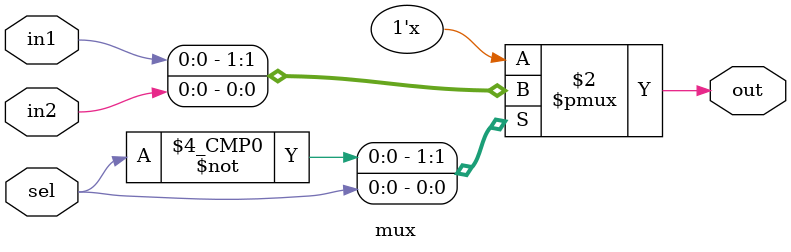
<source format=v>
module mux (in1,in2,sel,out); 
input in1, in2, sel; 
output out; 

reg out;

always @ (sel or in1 or in2) 
case (sel) 
  1'b0 : out <= in1; 
  1'b1 : out <= in2;   
endcase 
    
endmodule

</source>
